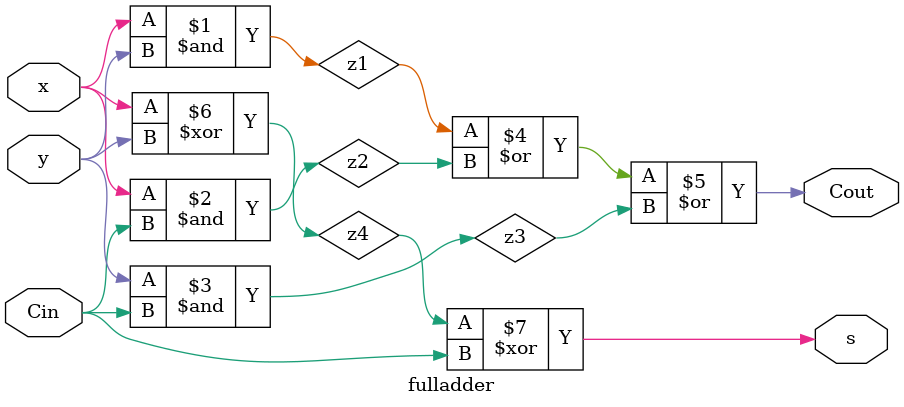
<source format=v>
module ripple(x,y,z);
	input [2:0]x,y;
	output [3:0]z;
	wire [2:1]c;
	
	fulladder stage0(0,x[0],y[0],z[0],c[1]);
	fulladder stage1(c[1],x[1],y[1],z[1],c[2]);
	fulladder stage2(c[2],x[2],y[2],z[2],z[3]);

endmodule

module fulladder(Cin, x, y, s, Cout);
	input Cin, x, y;
	output s, Cout;
	wire z1,z2,z3,z4;
	
	and (z1,x,y);
	and (z2,x,Cin);
	and (z3,y,Cin);
	or (Cout,z1,z2,z3);
	xor (z4,x,y);
	xor (s,z4,Cin);
	
endmodule

</source>
